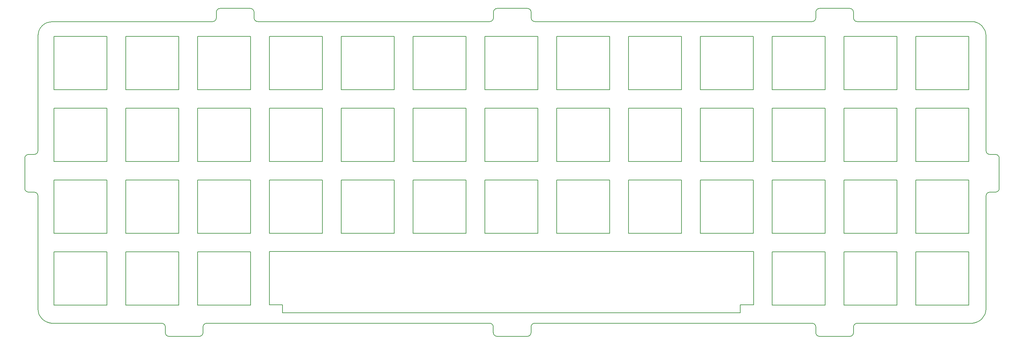
<source format=gm1>
G04 #@! TF.GenerationSoftware,KiCad,Pcbnew,(5.1.5-0-10_14)*
G04 #@! TF.CreationDate,2021-01-26T16:27:08+02:00*
G04 #@! TF.ProjectId,Louhi-FR4-plate,4c6f7568-692d-4465-9234-2d706c617465,rev?*
G04 #@! TF.SameCoordinates,Original*
G04 #@! TF.FileFunction,Profile,NP*
%FSLAX46Y46*%
G04 Gerber Fmt 4.6, Leading zero omitted, Abs format (unit mm)*
G04 Created by KiCad (PCBNEW (5.1.5-0-10_14)) date 2021-01-26 16:27:08*
%MOMM*%
%LPD*%
G04 APERTURE LIST*
%ADD10C,0.200000*%
G04 APERTURE END LIST*
D10*
X271057201Y-98387628D02*
X271417706Y-97714685D01*
X270579515Y-98974870D02*
X271057201Y-98387628D01*
X271047517Y-21821085D02*
X270557114Y-21227856D01*
X271408734Y-22493263D02*
X271047517Y-21821085D01*
X271631696Y-23216074D02*
X271408734Y-22493263D01*
X271704786Y-23887585D02*
X271631696Y-23216074D01*
X21369126Y-98996673D02*
X21960942Y-99479649D01*
X20882981Y-98409117D02*
X21369126Y-98996673D01*
X20223696Y-96336978D02*
X20294653Y-97009933D01*
X21938332Y-20763646D02*
X21350000Y-21250000D01*
X268590759Y-100052523D02*
X269316651Y-99826922D01*
X267932792Y-100121453D02*
X268590759Y-100052523D01*
X20509368Y-22515138D02*
X20286771Y-23253780D01*
X23337128Y-20175528D02*
X22608897Y-20401207D01*
X24010083Y-20104570D02*
X23337128Y-20175528D01*
X24123869Y-20104570D02*
X24010083Y-20104570D01*
X20286771Y-23253780D02*
X20223696Y-23894106D01*
X271704786Y-24013278D02*
X271704786Y-23887585D01*
X271637011Y-96984712D02*
X271704786Y-96320073D01*
X271417706Y-97714685D02*
X271637011Y-96984712D01*
X268562952Y-20170142D02*
X267898186Y-20104570D01*
X269296760Y-20390809D02*
X268562952Y-20170142D01*
X269964902Y-20748891D02*
X269296760Y-20390809D01*
X270557114Y-21227856D02*
X269964902Y-20748891D01*
X269990796Y-99464243D02*
X270579515Y-98974870D01*
X269316651Y-99826922D02*
X269990796Y-99464243D01*
X20868008Y-21841250D02*
X20509368Y-22515138D01*
X20520332Y-97738164D02*
X20882981Y-98409117D01*
X20294653Y-97009933D02*
X20520332Y-97738164D01*
X22637548Y-99839212D02*
X23368248Y-100059942D01*
X21960942Y-99479649D02*
X22637548Y-99839212D01*
X267135889Y-24036659D02*
X267135889Y-38136659D01*
X253035889Y-24036659D02*
X267135889Y-24036659D01*
X253035889Y-38136659D02*
X253035889Y-24036659D01*
X267135889Y-38136659D02*
X253035889Y-38136659D01*
X267135889Y-62136659D02*
X267135889Y-76236659D01*
X253035889Y-62136659D02*
X267135889Y-62136659D01*
X253035889Y-76236659D02*
X253035889Y-62136659D01*
X267135889Y-76236659D02*
X253035889Y-76236659D01*
X233985889Y-95286659D02*
X233985889Y-81186659D01*
X248085889Y-95286659D02*
X233985889Y-95286659D01*
X248085889Y-81186659D02*
X248085889Y-95286659D01*
X233985889Y-81186659D02*
X248085889Y-81186659D01*
X233985889Y-57186659D02*
X233985889Y-43086659D01*
X248085889Y-57186659D02*
X233985889Y-57186659D01*
X248085889Y-43086659D02*
X248085889Y-57186659D01*
X233985889Y-43086659D02*
X248085889Y-43086659D01*
X229035889Y-24036659D02*
X229035889Y-38136659D01*
X214935889Y-24036659D02*
X229035889Y-24036659D01*
X214935889Y-38136659D02*
X214935889Y-24036659D01*
X229035889Y-38136659D02*
X214935889Y-38136659D01*
X229035889Y-62136659D02*
X229035889Y-76236659D01*
X214935889Y-62136659D02*
X229035889Y-62136659D01*
X214935889Y-76236659D02*
X214935889Y-62136659D01*
X229035889Y-76236659D02*
X214935889Y-76236659D01*
X214935889Y-95286659D02*
X214935889Y-81186659D01*
X229035889Y-95286659D02*
X214935889Y-95286659D01*
X229035889Y-81186659D02*
X229035889Y-95286659D01*
X214935889Y-81186659D02*
X229035889Y-81186659D01*
X229035889Y-43086659D02*
X229035889Y-57186659D01*
X214935889Y-43086659D02*
X229035889Y-43086659D01*
X214935889Y-57186659D02*
X214935889Y-43086659D01*
X229035889Y-57186659D02*
X214935889Y-57186659D01*
X248085889Y-24036659D02*
X248085889Y-38136659D01*
X233985889Y-24036659D02*
X248085889Y-24036659D01*
X233985889Y-38136659D02*
X233985889Y-24036659D01*
X248085889Y-38136659D02*
X233985889Y-38136659D01*
X233985889Y-76236659D02*
X233985889Y-62136659D01*
X248085889Y-76236659D02*
X233985889Y-76236659D01*
X248085889Y-62136659D02*
X248085889Y-76236659D01*
X233985889Y-62136659D02*
X248085889Y-62136659D01*
X253035889Y-95286659D02*
X253035889Y-81186659D01*
X267135889Y-95286659D02*
X253035889Y-95286659D01*
X267135889Y-81186659D02*
X267135889Y-95286659D01*
X253035889Y-81186659D02*
X267135889Y-81186659D01*
X267135889Y-43086659D02*
X267135889Y-57186659D01*
X253035889Y-43086659D02*
X267135889Y-43086659D01*
X253035889Y-57186659D02*
X253035889Y-43086659D01*
X267135889Y-57186659D02*
X253035889Y-57186659D01*
X209985889Y-24036659D02*
X209985889Y-38136659D01*
X195885889Y-24036659D02*
X209985889Y-24036659D01*
X195885889Y-38136659D02*
X195885889Y-24036659D01*
X209985889Y-38136659D02*
X195885889Y-38136659D01*
X195885889Y-76236659D02*
X195885889Y-62136659D01*
X209985889Y-76236659D02*
X195885889Y-76236659D01*
X209985889Y-62136659D02*
X209985889Y-76236659D01*
X195885889Y-62136659D02*
X209985889Y-62136659D01*
X176835889Y-57186659D02*
X176835889Y-43086659D01*
X190935889Y-57186659D02*
X176835889Y-57186659D01*
X190935889Y-43086659D02*
X190935889Y-57186659D01*
X176835889Y-43086659D02*
X190935889Y-43086659D01*
X152835889Y-24036659D02*
X152835889Y-38136659D01*
X138735889Y-24036659D02*
X152835889Y-24036659D01*
X138735889Y-38136659D02*
X138735889Y-24036659D01*
X152835889Y-38136659D02*
X138735889Y-38136659D01*
X171885889Y-43086659D02*
X171885889Y-57186659D01*
X157785889Y-43086659D02*
X171885889Y-43086659D01*
X157785889Y-57186659D02*
X157785889Y-43086659D01*
X171885889Y-57186659D02*
X157785889Y-57186659D01*
X152835889Y-43086659D02*
X152835889Y-57186659D01*
X138735889Y-43086659D02*
X152835889Y-43086659D01*
X138735889Y-57186659D02*
X138735889Y-43086659D01*
X152835889Y-57186659D02*
X138735889Y-57186659D01*
X152835889Y-76236659D02*
X138735889Y-76236659D01*
X152835889Y-62136659D02*
X152835889Y-76236659D01*
X138735889Y-62136659D02*
X152835889Y-62136659D01*
X138735889Y-76236659D02*
X138735889Y-62136659D01*
X157785889Y-76236659D02*
X157785889Y-62136659D01*
X171885889Y-76236659D02*
X157785889Y-76236659D01*
X171885889Y-62136659D02*
X171885889Y-76236659D01*
X157785889Y-62136659D02*
X171885889Y-62136659D01*
X171885889Y-24036659D02*
X171885889Y-38136659D01*
X157785889Y-24036659D02*
X171885889Y-24036659D01*
X157785889Y-38136659D02*
X157785889Y-24036659D01*
X171885889Y-38136659D02*
X157785889Y-38136659D01*
X190935889Y-24036659D02*
X190935889Y-38136659D01*
X176835889Y-24036659D02*
X190935889Y-24036659D01*
X176835889Y-38136659D02*
X176835889Y-24036659D01*
X190935889Y-38136659D02*
X176835889Y-38136659D01*
X176835889Y-76236659D02*
X176835889Y-62136659D01*
X190935889Y-76236659D02*
X176835889Y-76236659D01*
X190935889Y-62136659D02*
X190935889Y-76236659D01*
X176835889Y-62136659D02*
X190935889Y-62136659D01*
X209985889Y-43086659D02*
X209985889Y-57186659D01*
X195885889Y-43086659D02*
X209985889Y-43086659D01*
X195885889Y-57186659D02*
X195885889Y-43086659D01*
X209985889Y-57186659D02*
X195885889Y-57186659D01*
X210031550Y-95202717D02*
X206531550Y-95202717D01*
X210031550Y-81102717D02*
X210031550Y-95202717D01*
X195981550Y-81102717D02*
X210031550Y-81102717D01*
X95681550Y-81102717D02*
X195981550Y-81102717D01*
X81631550Y-81102717D02*
X95681550Y-81102717D01*
X81631550Y-95202717D02*
X81631550Y-81102717D01*
X85060821Y-95202717D02*
X81631550Y-95202717D01*
X85060821Y-97312281D02*
X85060821Y-95202717D01*
X92060821Y-97312281D02*
X85060821Y-97312281D01*
X92060821Y-97316061D02*
X92060821Y-97312281D01*
X199495718Y-97316061D02*
X92060821Y-97316061D01*
X206460821Y-97312281D02*
X199495718Y-97316061D01*
X206531550Y-97312281D02*
X206460821Y-97312281D01*
X206531550Y-97202717D02*
X206531550Y-97312281D01*
X206531550Y-95202717D02*
X206531550Y-97202717D01*
X119685889Y-57186659D02*
X119685889Y-43086659D01*
X133785889Y-57186659D02*
X119685889Y-57186659D01*
X133785889Y-43086659D02*
X133785889Y-57186659D01*
X119685889Y-43086659D02*
X133785889Y-43086659D01*
X114735889Y-24036659D02*
X114735889Y-38136659D01*
X100635889Y-24036659D02*
X114735889Y-24036659D01*
X100635889Y-38136659D02*
X100635889Y-24036659D01*
X114735889Y-38136659D02*
X100635889Y-38136659D01*
X100635889Y-76236659D02*
X100635889Y-62136659D01*
X114735889Y-76236659D02*
X100635889Y-76236659D01*
X114735889Y-62136659D02*
X114735889Y-76236659D01*
X100635889Y-62136659D02*
X114735889Y-62136659D01*
X81585889Y-57186659D02*
X81585889Y-43086659D01*
X95685889Y-57186659D02*
X81585889Y-57186659D01*
X95685889Y-43086659D02*
X95685889Y-57186659D01*
X81585889Y-43086659D02*
X95685889Y-43086659D01*
X95685889Y-24036659D02*
X95685889Y-38136659D01*
X81585889Y-24036659D02*
X95685889Y-24036659D01*
X81585889Y-38136659D02*
X81585889Y-24036659D01*
X95685889Y-38136659D02*
X81585889Y-38136659D01*
X81585889Y-76236659D02*
X81585889Y-62136659D01*
X95685889Y-76236659D02*
X81585889Y-76236659D01*
X95685889Y-62136659D02*
X95685889Y-76236659D01*
X81585889Y-62136659D02*
X95685889Y-62136659D01*
X114735889Y-43086659D02*
X114735889Y-57186659D01*
X100635889Y-43086659D02*
X114735889Y-43086659D01*
X100635889Y-57186659D02*
X100635889Y-43086659D01*
X114735889Y-57186659D02*
X100635889Y-57186659D01*
X133785889Y-24036659D02*
X133785889Y-38136659D01*
X119685889Y-24036659D02*
X133785889Y-24036659D01*
X119685889Y-38136659D02*
X119685889Y-24036659D01*
X133785889Y-38136659D02*
X119685889Y-38136659D01*
X119685889Y-76236659D02*
X119685889Y-62136659D01*
X133785889Y-76236659D02*
X119685889Y-76236659D01*
X133785889Y-62136659D02*
X133785889Y-76236659D01*
X119685889Y-62136659D02*
X133785889Y-62136659D01*
X57585889Y-38136659D02*
X43485889Y-38136659D01*
X57585889Y-24036659D02*
X57585889Y-38136659D01*
X43485889Y-24036659D02*
X57585889Y-24036659D01*
X43485889Y-38136659D02*
X43485889Y-24036659D01*
X57585889Y-81186659D02*
X57585889Y-95286659D01*
X43485889Y-81186659D02*
X57585889Y-81186659D01*
X43485889Y-95286659D02*
X43485889Y-81186659D01*
X57585889Y-95286659D02*
X43485889Y-95286659D01*
X76635889Y-95286659D02*
X62535889Y-95286659D01*
X76635889Y-81186659D02*
X76635889Y-95286659D01*
X62535889Y-81186659D02*
X76635889Y-81186659D01*
X62535889Y-95286659D02*
X62535889Y-81186659D01*
X62535889Y-57186659D02*
X62535889Y-43086659D01*
X76635889Y-57186659D02*
X62535889Y-57186659D01*
X76635889Y-43086659D02*
X76635889Y-57186659D01*
X62535889Y-43086659D02*
X76635889Y-43086659D01*
X38535889Y-24036659D02*
X38535889Y-38136659D01*
X24435889Y-24036659D02*
X38535889Y-24036659D01*
X24435889Y-38136659D02*
X24435889Y-24036659D01*
X38535889Y-38136659D02*
X24435889Y-38136659D01*
X57585889Y-62136659D02*
X57585889Y-76236659D01*
X43485889Y-62136659D02*
X57585889Y-62136659D01*
X43485889Y-76236659D02*
X43485889Y-62136659D01*
X57585889Y-76236659D02*
X43485889Y-76236659D01*
X24435889Y-62136659D02*
X38535889Y-62136659D01*
X24435889Y-76236659D02*
X24435889Y-62136659D01*
X38535889Y-76236659D02*
X24435889Y-76236659D01*
X38535889Y-62136659D02*
X38535889Y-76236659D01*
X62535889Y-62136659D02*
X76635889Y-62136659D01*
X62535889Y-76236659D02*
X62535889Y-62136659D01*
X76635889Y-76236659D02*
X62535889Y-76236659D01*
X76635889Y-62136659D02*
X76635889Y-76236659D01*
X24435889Y-81186659D02*
X38535889Y-81186659D01*
X24435889Y-95286659D02*
X24435889Y-81186659D01*
X38535889Y-95286659D02*
X24435889Y-95286659D01*
X38535889Y-81186659D02*
X38535889Y-95286659D01*
X43485889Y-57186659D02*
X43485889Y-43086659D01*
X57585889Y-57186659D02*
X43485889Y-57186659D01*
X57585889Y-43086659D02*
X57585889Y-57186659D01*
X43485889Y-43086659D02*
X57585889Y-43086659D01*
X38535889Y-43086659D02*
X38535889Y-57186659D01*
X24435889Y-43086659D02*
X38535889Y-43086659D01*
X24435889Y-57186659D02*
X24435889Y-43086659D01*
X38535889Y-57186659D02*
X24435889Y-57186659D01*
X76635889Y-24036659D02*
X76635889Y-38136659D01*
X62535889Y-24036659D02*
X76635889Y-24036659D01*
X62535889Y-38136659D02*
X62535889Y-24036659D01*
X76635889Y-38136659D02*
X62535889Y-38136659D01*
X271705376Y-54340037D02*
X271704786Y-24013278D01*
X271704786Y-96320073D02*
X271705364Y-66344955D01*
X20225364Y-46696777D02*
X20223696Y-34745982D01*
X272705364Y-55344974D02*
G75*
G02X271705376Y-54340037I0J1000000D01*
G01*
X274205364Y-55344974D02*
X272705364Y-55344974D01*
X274205364Y-55344974D02*
G75*
G02X275205364Y-56344974I0J-1000000D01*
G01*
X275205364Y-64344974D02*
X275205364Y-56344974D01*
X275205364Y-64344974D02*
G75*
G02X274205364Y-65344974I-1000000J0D01*
G01*
X272705364Y-65344974D02*
X274205364Y-65344974D01*
X271705364Y-66344955D02*
G75*
G02X272705364Y-65344974I1000000J-19D01*
G01*
X19225364Y-65344974D02*
G75*
G02X20225364Y-66344974I0J-1000000D01*
G01*
X17725364Y-65344974D02*
X19225364Y-65344974D01*
X17725364Y-65344974D02*
G75*
G02X16725364Y-64344974I0J1000000D01*
G01*
X16725364Y-56344974D02*
X16725364Y-64344974D01*
X19225364Y-55344974D02*
X17725364Y-55344974D01*
X20225364Y-54344974D02*
G75*
G02X19225364Y-55344974I-1000000J0D01*
G01*
X16725364Y-56344974D02*
G75*
G02X17725364Y-55344974I1000000J0D01*
G01*
X20223696Y-46639043D02*
G75*
G02X20225364Y-46696777I-998332J-57739D01*
G01*
X152008005Y-100116453D02*
X225542009Y-100116446D01*
X225542009Y-100116446D02*
G75*
G02X226542014Y-101116446I5J-1000000D01*
G01*
X226542014Y-101116446D02*
X226542014Y-102618104D01*
X227542014Y-103618104D02*
G75*
G02X226542014Y-102618104I0J1000000D01*
G01*
X227542014Y-103618104D02*
X235542014Y-103618104D01*
X236542014Y-102618104D02*
G75*
G02X235542014Y-103618104I-1000000J0D01*
G01*
X236542014Y-101118104D02*
G75*
G02X237542014Y-100118104I1000000J0D01*
G01*
X236542014Y-102618104D02*
X236542014Y-101118104D01*
X140008006Y-100116437D02*
G75*
G02X141008004Y-101116439I-2J-1000000D01*
G01*
X141008004Y-101116439D02*
X141008002Y-102616439D01*
X142008001Y-103616440D02*
G75*
G02X141008002Y-102616439I1J1000000D01*
G01*
X142008001Y-103616440D02*
X150008001Y-103616450D01*
X151008002Y-102616451D02*
G75*
G02X150008001Y-103616450I-1000000J1D01*
G01*
X151008004Y-101116452D02*
G75*
G02X152008005Y-100116453I1000000J-1D01*
G01*
X151008002Y-102616451D02*
X151008004Y-101116451D01*
X53007943Y-100116446D02*
G75*
G02X54007942Y-101116447I-1J-1000000D01*
G01*
X54007942Y-101116447D02*
X54007940Y-102616447D01*
X55007939Y-103616448D02*
G75*
G02X54007940Y-102616447I1J1000000D01*
G01*
X55007939Y-103616448D02*
X63007939Y-103616457D01*
X64007940Y-102616458D02*
G75*
G02X63007939Y-103616457I-1000000J1D01*
G01*
X64007942Y-101116458D02*
G75*
G02X65007943Y-100116459I1000000J-1D01*
G01*
X64007940Y-102616458D02*
X64007942Y-101116458D01*
X237542014Y-20104570D02*
G75*
G02X236542014Y-19104570I0J1000000D01*
G01*
X236542014Y-19104570D02*
X236542014Y-17604570D01*
X235542014Y-16604570D02*
G75*
G02X236542014Y-17604570I0J-1000000D01*
G01*
X235542014Y-16604570D02*
X227542014Y-16604570D01*
X226542014Y-17604570D02*
G75*
G02X227542014Y-16604570I1000000J0D01*
G01*
X226542014Y-17604570D02*
X226542014Y-19104570D01*
X226542014Y-19104570D02*
G75*
G02X225542014Y-20104570I-1000000J0D01*
G01*
X152042014Y-20104570D02*
G75*
G02X151042014Y-19104570I0J1000000D01*
G01*
X151042014Y-19104570D02*
X151042014Y-17604570D01*
X150042014Y-16604570D02*
G75*
G02X151042014Y-17604570I0J-1000000D01*
G01*
X150042014Y-16604570D02*
X142042014Y-16604570D01*
X141042014Y-17604570D02*
G75*
G02X142042014Y-16604570I1000000J0D01*
G01*
X141042014Y-19104570D02*
G75*
G02X140042014Y-20104570I-1000000J0D01*
G01*
X141042014Y-17604570D02*
X141042014Y-19104570D01*
X78542014Y-20104570D02*
G75*
G02X77542014Y-19104570I0J1000000D01*
G01*
X67542014Y-19104570D02*
G75*
G02X66542014Y-20104570I-1000000J0D01*
G01*
X76542014Y-16604570D02*
G75*
G02X77542014Y-17604570I0J-1000000D01*
G01*
X67542014Y-17604570D02*
G75*
G02X68542014Y-16604570I1000000J0D01*
G01*
X67542014Y-17604570D02*
X67542014Y-19104570D01*
X76542014Y-16604570D02*
X68542014Y-16604570D01*
X77542014Y-19104570D02*
X77542014Y-17604570D01*
X20225364Y-66344974D02*
X20223696Y-96223192D01*
X20223696Y-46639044D02*
X20225364Y-54344974D01*
X20223696Y-96223192D02*
X20223696Y-96336978D01*
X267804866Y-100121453D02*
X267932792Y-100121453D01*
X23368248Y-100059942D02*
X23997025Y-100121453D01*
X20223696Y-23894106D02*
X20223696Y-34745982D01*
X237542014Y-100118104D02*
X267804866Y-100121453D01*
X65007943Y-100116459D02*
X140008006Y-100116437D01*
X23997025Y-100121453D02*
X53007943Y-100116446D01*
X225542014Y-20104570D02*
X152042014Y-20104570D01*
X267898186Y-20104570D02*
X237542014Y-20104570D01*
X140042014Y-20104570D02*
X78542014Y-20104570D01*
X66542014Y-20104570D02*
X24123869Y-20104570D01*
X22608897Y-20401207D02*
X21938332Y-20763646D01*
X21350000Y-21250000D02*
X20868008Y-21841250D01*
M02*

</source>
